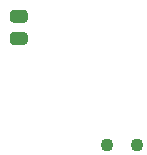
<source format=gbr>
%TF.GenerationSoftware,KiCad,Pcbnew,(5.1.6)-1*%
%TF.CreationDate,2021-01-08T17:07:44+01:00*%
%TF.ProjectId,stm32L412K8T6,73746d33-324c-4343-9132-4b3854362e6b,rev?*%
%TF.SameCoordinates,Original*%
%TF.FileFunction,Soldermask,Bot*%
%TF.FilePolarity,Negative*%
%FSLAX46Y46*%
G04 Gerber Fmt 4.6, Leading zero omitted, Abs format (unit mm)*
G04 Created by KiCad (PCBNEW (5.1.6)-1) date 2021-01-08 17:07:44*
%MOMM*%
%LPD*%
G01*
G04 APERTURE LIST*
%ADD10C,1.100000*%
G04 APERTURE END LIST*
D10*
%TO.C,Y1*%
X146460000Y-94000000D03*
X149000000Y-94000000D03*
%TD*%
%TO.C,D1*%
G36*
G01*
X139481250Y-83662500D02*
X138518750Y-83662500D01*
G75*
G02*
X138250000Y-83393750I0J268750D01*
G01*
X138250000Y-82856250D01*
G75*
G02*
X138518750Y-82587500I268750J0D01*
G01*
X139481250Y-82587500D01*
G75*
G02*
X139750000Y-82856250I0J-268750D01*
G01*
X139750000Y-83393750D01*
G75*
G02*
X139481250Y-83662500I-268750J0D01*
G01*
G37*
G36*
G01*
X139481250Y-85537500D02*
X138518750Y-85537500D01*
G75*
G02*
X138250000Y-85268750I0J268750D01*
G01*
X138250000Y-84731250D01*
G75*
G02*
X138518750Y-84462500I268750J0D01*
G01*
X139481250Y-84462500D01*
G75*
G02*
X139750000Y-84731250I0J-268750D01*
G01*
X139750000Y-85268750D01*
G75*
G02*
X139481250Y-85537500I-268750J0D01*
G01*
G37*
%TD*%
M02*

</source>
